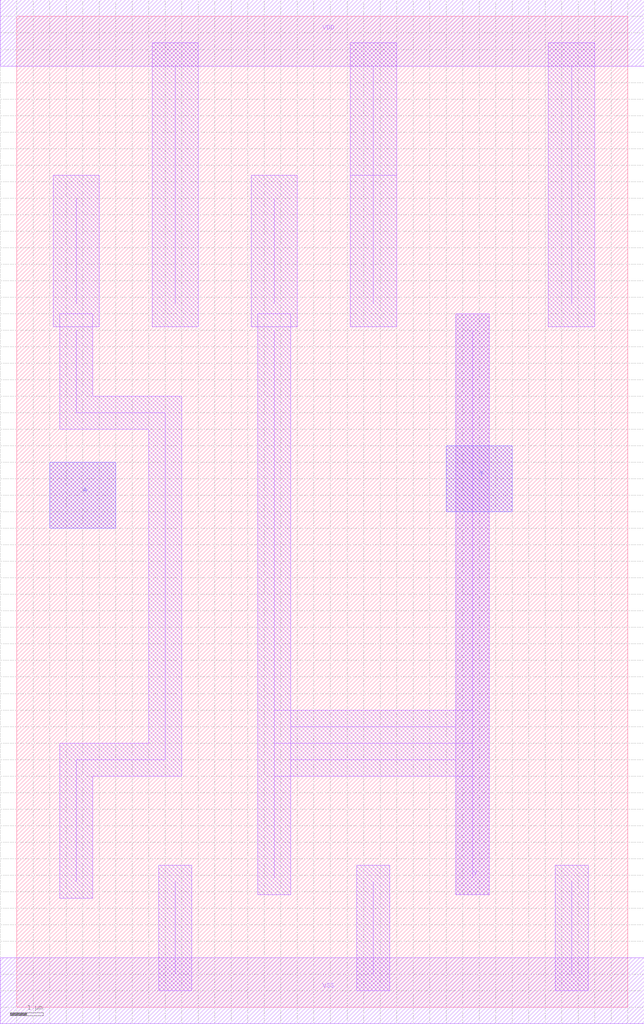
<source format=lef>
VERSION 5.5 ;
NAMESCASESENSITIVE ON ;
BUSBITCHARS "[]" ;
DIVIDERCHAR "/" ;


MACRO buf4
  CLASS CORE ;
  SOURCE USER ;
  ORIGIN 0 0 ;
  SIZE 18.500 BY 30.000 ;
  SYMMETRY X Y ;
  SITE unit ;
  
  PIN A
    USE SIGNAL ;
    PORT
      LAYER ML2 ;
        POLYGON 1.000 14.500  1.000 16.500  3.000 16.500  3.000 14.500  1.000 
        14.500  ;
    END
    PORT
      LAYER ML1 ;
        POLYGON 1.000 14.500  1.000 16.500  3.000 16.500  3.000 14.500  1.000 
        14.500  ;
    END
  END A
  PIN VDD
    USE POWER ;
    PORT
      LAYER ML1 ;
        RECT -0.500 28.500  19.000 30.500  ;
    END
  END VDD
  PIN VSS
    USE GROUND ;
    PORT
      LAYER ML1 ;
        RECT -0.500 -0.500  19.000 1.500  ;
    END
  END VSS
  PIN Y
    USE SIGNAL ;
    PORT
      LAYER ML1 ;
        POLYGON 13.000 15.000  13.000 17.000  15.000 17.000  15.000 15.000  
        13.000 15.000  ;
    END
    PORT
      LAYER ML2 ;
        POLYGON 13.000 15.000  13.000 17.000  15.000 17.000  15.000 15.000  
        13.000 15.000  ;
    END
    PORT
      LAYER ML1 ;
        WIDTH 1.000  ;
        PATH 13.800 3.900 13.800 20.500  ;
    END
  END Y
  OBS
    LAYER ML1 ;
      WIDTH 1.400  ;
      PATH 1.800 21.300 1.800 24.500  ;
      WIDTH 1.000  ;
      PATH 1.800 20.500 1.800 18.000 4.500 18.000 4.500 7.500 1.800 7.500 
      1.800 3.800  ;
      WIDTH 1.400  ;
      PATH 4.800 21.300 4.800 28.500  ;
      WIDTH 1.000  ;
      PATH 4.800 1.000 4.800 3.800  ;
      WIDTH 1.400  ;
      PATH 7.800 21.300 7.800 24.500  ;
      WIDTH 1.000  ;
      PATH 7.800 3.900 7.800 20.500  ;
      WIDTH 1.000  ;
      PATH 10.800 1.000 10.800 3.800  ;
      WIDTH 1.400  ;
      PATH 10.800 21.300 10.800 28.500  ;
      WIDTH 1.400  ;
      PATH 10.800 21.300 10.800 24.500  ;
      WIDTH 1.000  ;
      PATH 8.300 7.500 13.300 7.500  ;
      WIDTH 1.000  ;
      PATH 8.300 8.500 13.300 8.500  ;
      WIDTH 1.000  ;
      PATH 13.800 3.900 13.800 20.500  ;
      WIDTH 1.400  ;
      PATH 16.800 21.300 16.800 28.500  ;
      WIDTH 1.000  ;
      PATH 16.800 1.000 16.800 3.800  ;

    VIA 1.800 24.500  dcont ;
    VIA 1.800 3.800  dcont ;
    VIA 1.800 20.500  dcont ;
    VIA 1.800 22.500  dcont ;
    VIA 4.800 3.800  dcont ;
    VIA 4.800 24.500  dcont ;
    VIA 4.800 20.500  dcont ;
    VIA 4.800 22.500  dcont ;
    VIA 7.800 24.500  dcont ;
    VIA 7.800 22.500  dcont ;
    VIA 7.800 20.500  dcont ;
    VIA 7.800 3.800  dcont ;
    VIA 10.800 3.800  dcont ;
    VIA 10.800 20.500  dcont ;
    VIA 10.800 22.500  dcont ;
    VIA 10.800 24.500  dcont ;
    VIA 13.800 20.500  dcont ;
    VIA 13.800 22.500  dcont ;
    VIA 13.800 24.500  dcont ;
    VIA 13.800 3.800  dcont ;
    VIA 16.800 20.500  dcont ;
    VIA 16.800 22.500  dcont ;
    VIA 16.800 24.500  dcont ;
    VIA 16.800 3.800  dcont ;
    VIA 5.000 29.500  nsubcont ;
    VIA 5.300 11.500  pcont ;
    VIA 2.000 15.500  pcont ;
    VIA 5.000 0.500  psubcont ;
  END
END buf4

MACRO dcont
  CLASS CORE ;
  OBS
    LAYER ML1 ;
      RECT -1.000 -1.000  1.000 1.000  ;
  END
END dcont

MACRO nsubcont
  CLASS CORE ;
  OBS
    LAYER ML1 ;
      RECT -1.000 -1.000  1.000 1.000  ;
  END
END nsubcont

MACRO pcont
  CLASS CORE ;
  OBS
    LAYER ML1 ;
      RECT -1.000 -1.000  1.000 1.000  ;
  END
END pcont

MACRO psubcont
  CLASS CORE ;
  OBS
    LAYER ML1 ;
      RECT -1.000 -1.000  1.000 1.000  ;
  END
END psubcont


END LIBRARY

</source>
